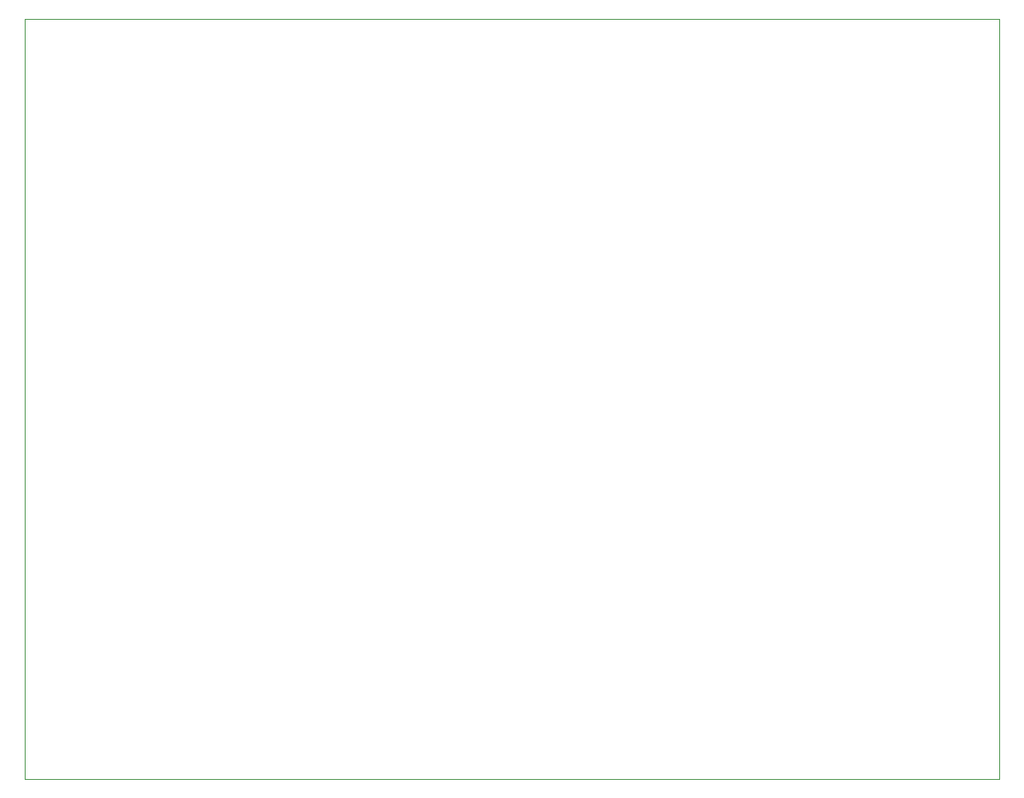
<source format=gbr>
%TF.GenerationSoftware,KiCad,Pcbnew,6.0.11+dfsg-1~bpo11+1*%
%TF.CreationDate,2023-03-28T16:47:10+00:00*%
%TF.ProjectId,UST5BATT18650V01,55535435-4241-4545-9431-383635305630,rev?*%
%TF.SameCoordinates,PX463f660PY87a6900*%
%TF.FileFunction,Profile,NP*%
%FSLAX46Y46*%
G04 Gerber Fmt 4.6, Leading zero omitted, Abs format (unit mm)*
G04 Created by KiCad (PCBNEW 6.0.11+dfsg-1~bpo11+1) date 2023-03-28 16:47:10*
%MOMM*%
%LPD*%
G01*
G04 APERTURE LIST*
%TA.AperFunction,Profile*%
%ADD10C,0.050000*%
%TD*%
G04 APERTURE END LIST*
D10*
X0Y0D02*
X100000000Y0D01*
X100000000Y0D02*
X100000000Y78000000D01*
X100000000Y78000000D02*
X0Y78000000D01*
X0Y78000000D02*
X0Y0D01*
M02*

</source>
